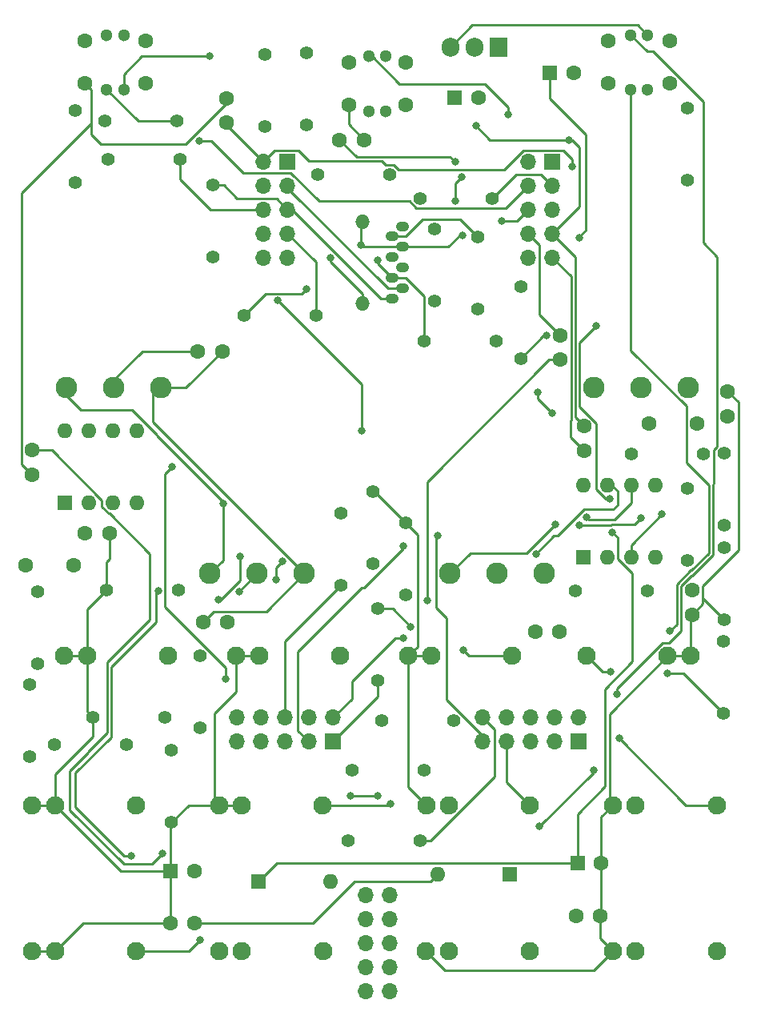
<source format=gbr>
G04 #@! TF.GenerationSoftware,KiCad,Pcbnew,(7.0.0-0)*
G04 #@! TF.CreationDate,2023-03-28T21:35:28-07:00*
G04 #@! TF.ProjectId,Kit-Trig-Sampler,4b69742d-5472-4696-972d-53616d706c65,rev?*
G04 #@! TF.SameCoordinates,PXb745f8PY7402318*
G04 #@! TF.FileFunction,Copper,L2,Bot*
G04 #@! TF.FilePolarity,Positive*
%FSLAX46Y46*%
G04 Gerber Fmt 4.6, Leading zero omitted, Abs format (unit mm)*
G04 Created by KiCad (PCBNEW (7.0.0-0)) date 2023-03-28 21:35:28*
%MOMM*%
%LPD*%
G01*
G04 APERTURE LIST*
G04 #@! TA.AperFunction,ComponentPad*
%ADD10C,1.397000*%
G04 #@! TD*
G04 #@! TA.AperFunction,ComponentPad*
%ADD11C,1.600000*%
G04 #@! TD*
G04 #@! TA.AperFunction,ComponentPad*
%ADD12R,1.600000X1.600000*%
G04 #@! TD*
G04 #@! TA.AperFunction,ComponentPad*
%ADD13O,1.600000X1.600000*%
G04 #@! TD*
G04 #@! TA.AperFunction,ComponentPad*
%ADD14R,1.700000X1.700000*%
G04 #@! TD*
G04 #@! TA.AperFunction,ComponentPad*
%ADD15O,1.700000X1.700000*%
G04 #@! TD*
G04 #@! TA.AperFunction,ComponentPad*
%ADD16R,1.905000X2.000000*%
G04 #@! TD*
G04 #@! TA.AperFunction,ComponentPad*
%ADD17O,1.905000X2.000000*%
G04 #@! TD*
G04 #@! TA.AperFunction,ComponentPad*
%ADD18C,1.930400*%
G04 #@! TD*
G04 #@! TA.AperFunction,ComponentPad*
%ADD19C,1.300000*%
G04 #@! TD*
G04 #@! TA.AperFunction,ComponentPad*
%ADD20O,1.397000X1.092200*%
G04 #@! TD*
G04 #@! TA.AperFunction,ComponentPad*
%ADD21O,1.524000X1.524000*%
G04 #@! TD*
G04 #@! TA.AperFunction,ComponentPad*
%ADD22C,2.286000*%
G04 #@! TD*
G04 #@! TA.AperFunction,ViaPad*
%ADD23C,0.800000*%
G04 #@! TD*
G04 #@! TA.AperFunction,Conductor*
%ADD24C,0.250000*%
G04 #@! TD*
G04 APERTURE END LIST*
D10*
G04 #@! TO.P,R17,1*
G04 #@! TO.N,Net-(J5-SIG)*
X35949000Y19623800D03*
G04 #@! TO.P,R17,2*
G04 #@! TO.N,/D2*
X43569000Y19623800D03*
G04 #@! TD*
D11*
G04 #@! TO.P,C7,1*
G04 #@! TO.N,+12V*
X60017200Y11643800D03*
G04 #@! TO.P,C7,2*
G04 #@! TO.N,GND*
X62608000Y11643800D03*
G04 #@! TD*
G04 #@! TO.P,C17,1*
G04 #@! TO.N,/D12*
X35017200Y93743800D03*
G04 #@! TO.P,C17,2*
G04 #@! TO.N,GND*
X37608000Y93743800D03*
G04 #@! TD*
D10*
G04 #@! TO.P,R26,1*
G04 #@! TO.N,Net-(PLAY_BUT1-POLE-A)*
X40299000Y90043800D03*
G04 #@! TO.P,R26,2*
G04 #@! TO.N,/D12*
X32679000Y90043800D03*
G04 #@! TD*
G04 #@! TO.P,R2,1*
G04 #@! TO.N,Net-(J1-SIG)*
X39089000Y44153800D03*
G04 #@! TO.P,R2,2*
G04 #@! TO.N,/A0*
X39089000Y36533800D03*
G04 #@! TD*
G04 #@! TO.P,R37,1*
G04 #@! TO.N,Net-(R37-Pad1)*
X75759000Y52983800D03*
G04 #@! TO.P,R37,2*
G04 #@! TO.N,Net-(U1B-+)*
X75759000Y60603800D03*
G04 #@! TD*
D12*
G04 #@! TO.P,D2,1,K*
G04 #@! TO.N,Net-(D2-K)*
X52998999Y16043799D03*
D13*
G04 #@! TO.P,D2,2,A*
G04 #@! TO.N,-12VA*
X45378999Y16043799D03*
G04 #@! TD*
D10*
G04 #@! TO.P,R33,1*
G04 #@! TO.N,Net-(J13-SIG)*
X43979000Y27093800D03*
G04 #@! TO.P,R33,2*
G04 #@! TO.N,/A4*
X36359000Y27093800D03*
G04 #@! TD*
D14*
G04 #@! TO.P,JC1,1,+12V*
G04 #@! TO.N,/A0*
X34340977Y30079999D03*
D15*
G04 #@! TO.P,JC1,2,+12V*
G04 #@! TO.N,/A1*
X34340977Y32619999D03*
G04 #@! TO.P,JC1,3,GND*
G04 #@! TO.N,/A2*
X31800977Y30079999D03*
G04 #@! TO.P,JC1,4,GND*
G04 #@! TO.N,/A3*
X31800977Y32619999D03*
G04 #@! TO.P,JC1,5,GND*
G04 #@! TO.N,/A4*
X29260977Y30079999D03*
G04 #@! TO.P,JC1,6,GND*
G04 #@! TO.N,/A5*
X29260977Y32619999D03*
G04 #@! TO.P,JC1,7,GND*
G04 #@! TO.N,/A6*
X26720977Y30079999D03*
G04 #@! TO.P,JC1,8,GND*
G04 #@! TO.N,/A7*
X26720977Y32619999D03*
G04 #@! TO.P,JC1,9,-12V*
G04 #@! TO.N,/A8*
X24180977Y30079999D03*
G04 #@! TO.P,JC1,10,-12V*
G04 #@! TO.N,/A9*
X24180977Y32619999D03*
G04 #@! TD*
D10*
G04 #@! TO.P,R16,1*
G04 #@! TO.N,Net-(R16-Pad1)*
X31489000Y95333800D03*
G04 #@! TO.P,R16,2*
G04 #@! TO.N,Net-(Bank_But1-B)*
X31489000Y102953800D03*
G04 #@! TD*
D11*
G04 #@! TO.P,C1,1*
G04 #@! TO.N,/A1*
X58389000Y70472000D03*
G04 #@! TO.P,C1,2*
G04 #@! TO.N,GNDADC*
X58389000Y73062800D03*
G04 #@! TD*
D12*
G04 #@! TO.P,C4,1*
G04 #@! TO.N,+12V*
X60188999Y17243799D03*
D11*
G04 #@! TO.P,C4,2*
G04 #@! TO.N,GND*
X62689000Y17243800D03*
G04 #@! TD*
D10*
G04 #@! TO.P,R5,1*
G04 #@! TO.N,GND*
X41989000Y53253800D03*
G04 #@! TO.P,R5,2*
G04 #@! TO.N,/A0*
X41989000Y45633800D03*
G04 #@! TD*
G04 #@! TO.P,R14,1*
G04 #@! TO.N,Net-(U2A--)*
X3089000Y45963800D03*
G04 #@! TO.P,R14,2*
G04 #@! TO.N,Net-(C11-Pad2)*
X3089000Y38343800D03*
G04 #@! TD*
G04 #@! TO.P,R25,1*
G04 #@! TO.N,Net-(Bank_But1-POLE-A)*
X71805800Y97104200D03*
G04 #@! TO.P,R25,2*
G04 #@! TO.N,/D6*
X71805800Y89484200D03*
G04 #@! TD*
D11*
G04 #@! TO.P,C15,1*
G04 #@! TO.N,-12VA*
X8078200Y52133800D03*
G04 #@! TO.P,C15,2*
G04 #@! TO.N,GND*
X10669000Y52133800D03*
G04 #@! TD*
D12*
G04 #@! TO.P,C19,1*
G04 #@! TO.N,+12V*
X57263999Y100818799D03*
D11*
G04 #@! TO.P,C19,2*
G04 #@! TO.N,GND*
X59764000Y100818800D03*
G04 #@! TD*
D12*
G04 #@! TO.P,C20,1*
G04 #@! TO.N,+3V3*
X47188999Y98218799D03*
D11*
G04 #@! TO.P,C20,2*
G04 #@! TO.N,GND*
X49689000Y98218800D03*
G04 #@! TD*
D12*
G04 #@! TO.P,D1,1,K*
G04 #@! TO.N,+12V*
X26478999Y15343799D03*
D13*
G04 #@! TO.P,D1,2,A*
G04 #@! TO.N,Net-(D1-A)*
X34098999Y15343799D03*
G04 #@! TD*
D11*
G04 #@! TO.P,C13,1*
G04 #@! TO.N,-12VA*
X72289000Y46115600D03*
G04 #@! TO.P,C13,2*
G04 #@! TO.N,GND*
X72289000Y43524800D03*
G04 #@! TD*
D10*
G04 #@! TO.P,R23,1*
G04 #@! TO.N,Net-(PLAY_BUT1-G)*
X54189000Y78253800D03*
G04 #@! TO.P,R23,2*
G04 #@! TO.N,/D14*
X54189000Y70633800D03*
G04 #@! TD*
D11*
G04 #@! TO.P,C9,1*
G04 #@! TO.N,/A7*
X23160800Y42743800D03*
G04 #@! TO.P,C9,2*
G04 #@! TO.N,GNDADC*
X20570000Y42743800D03*
G04 #@! TD*
D12*
G04 #@! TO.P,U1,1*
G04 #@! TO.N,Net-(U1A--)*
X60788999Y49633799D03*
D13*
G04 #@! TO.P,U1,2,-*
X63328999Y49633799D03*
G04 #@! TO.P,U1,3,+*
G04 #@! TO.N,Net-(U1A-+)*
X65868999Y49633799D03*
G04 #@! TO.P,U1,4,V-*
G04 #@! TO.N,-12VA*
X68408999Y49633799D03*
G04 #@! TO.P,U1,5,+*
G04 #@! TO.N,Net-(U1B-+)*
X68408999Y57253799D03*
G04 #@! TO.P,U1,6,-*
G04 #@! TO.N,Net-(U1B--)*
X65868999Y57253799D03*
G04 #@! TO.P,U1,7*
G04 #@! TO.N,/A2*
X63328999Y57253799D03*
G04 #@! TO.P,U1,8,V+*
G04 #@! TO.N,+12V*
X60788999Y57253799D03*
G04 #@! TD*
D10*
G04 #@! TO.P,R30,1*
G04 #@! TO.N,+3V3*
X51562000Y72415400D03*
G04 #@! TO.P,R30,2*
G04 #@! TO.N,/D4*
X43942000Y72415400D03*
G04 #@! TD*
G04 #@! TO.P,R21,1*
G04 #@! TO.N,Net-(R21-Pad1)*
X10219000Y95703800D03*
G04 #@! TO.P,R21,2*
G04 #@! TO.N,Net-(REV_BUT1-R)*
X17839000Y95703800D03*
G04 #@! TD*
G04 #@! TO.P,R20,1*
G04 #@! TO.N,Net-(J6-SIG)*
X4829000Y29753800D03*
G04 #@! TO.P,R20,2*
G04 #@! TO.N,/D13*
X12449000Y29753800D03*
G04 #@! TD*
D15*
G04 #@! TO.P,J14,1,+12V*
G04 #@! TO.N,Net-(D1-A)*
X37818999Y13823799D03*
G04 #@! TO.P,J14,2,+12V*
X40358999Y13823799D03*
G04 #@! TO.P,J14,3,GND*
G04 #@! TO.N,GND*
X37818999Y11283799D03*
G04 #@! TO.P,J14,4,GND*
X40358999Y11283799D03*
G04 #@! TO.P,J14,5,GND*
X37818999Y8743799D03*
G04 #@! TO.P,J14,6,GND*
X40358999Y8743799D03*
G04 #@! TO.P,J14,7,GND*
X37818999Y6203799D03*
G04 #@! TO.P,J14,8,GND*
X40358999Y6203799D03*
G04 #@! TO.P,J14,9,-12V*
G04 #@! TO.N,Net-(D2-K)*
X37818999Y3663799D03*
G04 #@! TO.P,J14,10,-12V*
X40358999Y3663799D03*
G04 #@! TD*
D10*
G04 #@! TO.P,R4,1*
G04 #@! TO.N,Net-(J3-SIG)*
X20289000Y39153800D03*
G04 #@! TO.P,R4,2*
G04 #@! TO.N,/A8*
X20289000Y31533800D03*
G04 #@! TD*
G04 #@! TO.P,R28,1*
G04 #@! TO.N,+3V3*
X21589000Y81333800D03*
G04 #@! TO.P,R28,2*
G04 #@! TO.N,/D18*
X21589000Y88953800D03*
G04 #@! TD*
G04 #@! TO.P,R40,1*
G04 #@! TO.N,/D5*
X27079000Y95173800D03*
G04 #@! TO.P,R40,2*
G04 #@! TO.N,Net-(R16-Pad1)*
X27079000Y102793800D03*
G04 #@! TD*
G04 #@! TO.P,R1,1*
G04 #@! TO.N,Net-(J4-SIG)*
X75639000Y33043800D03*
G04 #@! TO.P,R1,2*
G04 #@! TO.N,Net-(U1A-+)*
X75639000Y40663800D03*
G04 #@! TD*
G04 #@! TO.P,R41,1*
G04 #@! TO.N,/D7*
X18149000Y91653800D03*
G04 #@! TO.P,R41,2*
G04 #@! TO.N,Net-(R21-Pad1)*
X10529000Y91653800D03*
G04 #@! TD*
G04 #@! TO.P,R12,1*
G04 #@! TO.N,/D15*
X47099000Y32343800D03*
G04 #@! TO.P,R12,2*
G04 #@! TO.N,Net-(U2A-+)*
X39479000Y32343800D03*
G04 #@! TD*
D11*
G04 #@! TO.P,C8,1*
G04 #@! TO.N,-12VA*
X19709800Y10943800D03*
G04 #@! TO.P,C8,2*
G04 #@! TO.N,GND*
X17119000Y10943800D03*
G04 #@! TD*
D10*
G04 #@! TO.P,R27,1*
G04 #@! TO.N,+3V3*
X7061200Y96875600D03*
G04 #@! TO.P,R27,2*
G04 #@! TO.N,/A6*
X7061200Y89255600D03*
G04 #@! TD*
D11*
G04 #@! TO.P,C6,1*
G04 #@! TO.N,/A2*
X67774400Y63743800D03*
G04 #@! TO.P,C6,2*
G04 #@! TO.N,Net-(U1B--)*
X72854400Y63743800D03*
G04 #@! TD*
D10*
G04 #@! TO.P,R6,1*
G04 #@! TO.N,GND*
X38589000Y56553800D03*
G04 #@! TO.P,R6,2*
G04 #@! TO.N,/A5*
X38589000Y48933800D03*
G04 #@! TD*
G04 #@! TO.P,R9,1*
G04 #@! TO.N,GND*
X75759000Y42963800D03*
G04 #@! TO.P,R9,2*
G04 #@! TO.N,Net-(R37-Pad1)*
X75759000Y50583800D03*
G04 #@! TD*
G04 #@! TO.P,R32,1*
G04 #@! TO.N,+3V3*
X24879000Y75143800D03*
G04 #@! TO.P,R32,2*
G04 #@! TO.N,/D17*
X32499000Y75143800D03*
G04 #@! TD*
D11*
G04 #@! TO.P,C2,1*
G04 #@! TO.N,/A9*
X20017200Y71343800D03*
G04 #@! TO.P,C2,2*
G04 #@! TO.N,GNDADC*
X22608000Y71343800D03*
G04 #@! TD*
D10*
G04 #@! TO.P,R13,1*
G04 #@! TO.N,GND*
X10329000Y46143800D03*
G04 #@! TO.P,R13,2*
G04 #@! TO.N,Net-(U2A--)*
X17949000Y46143800D03*
G04 #@! TD*
G04 #@! TO.P,R19,1*
G04 #@! TO.N,/D8*
X45089000Y76663800D03*
G04 #@! TO.P,R19,2*
G04 #@! TO.N,Net-(PLAY_BUT1-R)*
X45089000Y84283800D03*
G04 #@! TD*
D12*
G04 #@! TO.P,C5,1*
G04 #@! TO.N,GND*
X17138999Y16443799D03*
D11*
G04 #@! TO.P,C5,2*
G04 #@! TO.N,-12VA*
X19639000Y16443800D03*
G04 #@! TD*
G04 #@! TO.P,C14,1*
G04 #@! TO.N,+12V*
X2489000Y60915600D03*
G04 #@! TO.P,C14,2*
G04 #@! TO.N,GND*
X2489000Y58324800D03*
G04 #@! TD*
D10*
G04 #@! TO.P,R34,1*
G04 #@! TO.N,GND*
X17189000Y21533800D03*
G04 #@! TO.P,R34,2*
G04 #@! TO.N,/A4*
X17189000Y29153800D03*
G04 #@! TD*
D14*
G04 #@! TO.P,JA1,1,+12V*
G04 #@! TO.N,-12VA*
X57530999Y91429991D03*
D15*
G04 #@! TO.P,JA1,2,+12V*
G04 #@! TO.N,VREF+*
X54990999Y91429991D03*
G04 #@! TO.P,JA1,3,GND*
G04 #@! TO.N,/D11*
X57530999Y88889991D03*
G04 #@! TO.P,JA1,4,GND*
G04 #@! TO.N,/D10*
X54990999Y88889991D03*
G04 #@! TO.P,JA1,5,GND*
G04 #@! TO.N,/D14*
X57530999Y86349991D03*
G04 #@! TO.P,JA1,6,GND*
G04 #@! TO.N,/D12*
X54990999Y86349991D03*
G04 #@! TO.P,JA1,7,GND*
G04 #@! TO.N,GND*
X57530999Y83809991D03*
G04 #@! TO.P,JA1,8,GND*
G04 #@! TO.N,GNDADC*
X54990999Y83809991D03*
G04 #@! TO.P,JA1,9,-12V*
G04 #@! TO.N,+12V*
X57530999Y81269991D03*
G04 #@! TO.P,JA1,10,-12V*
G04 #@! TO.N,/Unused(5V)*
X54990999Y81269991D03*
G04 #@! TD*
D10*
G04 #@! TO.P,R31,1*
G04 #@! TO.N,+3V3*
X49649000Y75813800D03*
G04 #@! TO.P,R31,2*
G04 #@! TO.N,/D16*
X49649000Y83433800D03*
G04 #@! TD*
D12*
G04 #@! TO.P,U2,1*
G04 #@! TO.N,Net-(C11-Pad2)*
X5988999Y55333799D03*
D13*
G04 #@! TO.P,U2,2,-*
G04 #@! TO.N,Net-(U2A--)*
X8528999Y55333799D03*
G04 #@! TO.P,U2,3,+*
G04 #@! TO.N,Net-(U2A-+)*
X11068999Y55333799D03*
G04 #@! TO.P,U2,4,V-*
G04 #@! TO.N,-12VA*
X13608999Y55333799D03*
G04 #@! TO.P,U2,5,+*
G04 #@! TO.N,GND*
X13608999Y62953799D03*
G04 #@! TO.P,U2,6,-*
G04 #@! TO.N,Net-(U2B--)*
X11068999Y62953799D03*
G04 #@! TO.P,U2,7*
X8528999Y62953799D03*
G04 #@! TO.P,U2,8,V+*
G04 #@! TO.N,+12V*
X5988999Y62953799D03*
G04 #@! TD*
D10*
G04 #@! TO.P,R7,1*
G04 #@! TO.N,GND*
X8919000Y32673800D03*
G04 #@! TO.P,R7,2*
G04 #@! TO.N,/A8*
X16539000Y32673800D03*
G04 #@! TD*
D16*
G04 #@! TO.P,U3,1,IN*
G04 #@! TO.N,+12V*
X51803999Y103526299D03*
D17*
G04 #@! TO.P,U3,2,GND*
G04 #@! TO.N,GND*
X49263999Y103526299D03*
G04 #@! TO.P,U3,3,OUT*
G04 #@! TO.N,+3V3*
X46723999Y103526299D03*
G04 #@! TD*
D11*
G04 #@! TO.P,C12,1*
G04 #@! TO.N,+12V*
X60889000Y60872000D03*
G04 #@! TO.P,C12,2*
G04 #@! TO.N,GND*
X60889000Y63462800D03*
G04 #@! TD*
G04 #@! TO.P,C16,1*
G04 #@! TO.N,/D6*
X23089000Y95543800D03*
G04 #@! TO.P,C16,2*
G04 #@! TO.N,GND*
X23089000Y98134600D03*
G04 #@! TD*
D10*
G04 #@! TO.P,R11,1*
G04 #@! TO.N,Net-(U1B-+)*
X71789000Y56853800D03*
G04 #@! TO.P,R11,2*
G04 #@! TO.N,VREF+*
X71789000Y49233800D03*
G04 #@! TD*
G04 #@! TO.P,R10,1*
G04 #@! TO.N,/A2*
X65879000Y60543800D03*
G04 #@! TO.P,R10,2*
G04 #@! TO.N,Net-(U1B--)*
X73499000Y60543800D03*
G04 #@! TD*
G04 #@! TO.P,R15,1*
G04 #@! TO.N,Net-(C11-Pad2)*
X2239000Y36093800D03*
G04 #@! TO.P,R15,2*
G04 #@! TO.N,Net-(J7-SIG)*
X2239000Y28473800D03*
G04 #@! TD*
D11*
G04 #@! TO.P,C11,1*
G04 #@! TO.N,Net-(U2A--)*
X6883600Y48763800D03*
G04 #@! TO.P,C11,2*
G04 #@! TO.N,Net-(C11-Pad2)*
X1803600Y48763800D03*
G04 #@! TD*
D10*
G04 #@! TO.P,R18,1*
G04 #@! TO.N,/D11*
X51189000Y87553800D03*
G04 #@! TO.P,R18,2*
G04 #@! TO.N,Net-(PLAY_BUT1-B)*
X43569000Y87553800D03*
G04 #@! TD*
D14*
G04 #@! TO.P,JB1,1,+12V*
G04 #@! TO.N,/AUDIO_OUT2*
X60341001Y30079999D03*
D15*
G04 #@! TO.P,JB1,2,+12V*
G04 #@! TO.N,/D0*
X60341001Y32619999D03*
G04 #@! TO.P,JB1,3,GND*
G04 #@! TO.N,/AUDIO_OUT1*
X57801001Y30079999D03*
G04 #@! TO.P,JB1,4,GND*
G04 #@! TO.N,/D1*
X57801001Y32619999D03*
G04 #@! TO.P,JB1,5,GND*
G04 #@! TO.N,/AUDIO_IN2*
X55261001Y30079999D03*
G04 #@! TO.P,JB1,6,GND*
G04 #@! TO.N,/D15*
X55261001Y32619999D03*
G04 #@! TO.P,JB1,7,GND*
G04 #@! TO.N,/AUDIO_IN1*
X52721001Y30079999D03*
G04 #@! TO.P,JB1,8,GND*
G04 #@! TO.N,/D13*
X52721001Y32619999D03*
G04 #@! TO.P,JB1,9,-12V*
G04 #@! TO.N,/D3*
X50181001Y30079999D03*
G04 #@! TO.P,JB1,10,-12V*
G04 #@! TO.N,/D2*
X50181001Y32619999D03*
G04 #@! TD*
D10*
G04 #@! TO.P,R8,1*
G04 #@! TO.N,Net-(U1A--)*
X59979000Y46043800D03*
G04 #@! TO.P,R8,2*
G04 #@! TO.N,Net-(U1B--)*
X67599000Y46043800D03*
G04 #@! TD*
D11*
G04 #@! TO.P,C3,1*
G04 #@! TO.N,GND*
X76089000Y67115600D03*
G04 #@! TO.P,C3,2*
G04 #@! TO.N,Net-(U1B-+)*
X76089000Y64524800D03*
G04 #@! TD*
D14*
G04 #@! TO.P,JD1,1,+12V*
G04 #@! TO.N,/D5*
X29530979Y91429991D03*
D15*
G04 #@! TO.P,JD1,2,+12V*
G04 #@! TO.N,/D6*
X26990979Y91429991D03*
G04 #@! TO.P,JD1,3,GND*
G04 #@! TO.N,/D19*
X29530979Y88889991D03*
G04 #@! TO.P,JD1,4,GND*
G04 #@! TO.N,/D8*
X26990979Y88889991D03*
G04 #@! TO.P,JD1,5,GND*
G04 #@! TO.N,/D18*
X29530979Y86349991D03*
G04 #@! TO.P,JD1,6,GND*
G04 #@! TO.N,/D7*
X26990979Y86349991D03*
G04 #@! TO.P,JD1,7,GND*
G04 #@! TO.N,/D17*
X29530979Y83809991D03*
G04 #@! TO.P,JD1,8,GND*
G04 #@! TO.N,/D4*
X26990979Y83809991D03*
G04 #@! TO.P,JD1,9,-12V*
G04 #@! TO.N,/D16*
X29530979Y81269991D03*
G04 #@! TO.P,JD1,10,-12V*
G04 #@! TO.N,/D9*
X26990979Y81269991D03*
G04 #@! TD*
D10*
G04 #@! TO.P,R3,1*
G04 #@! TO.N,Net-(J2-SIG)*
X35189000Y54253800D03*
G04 #@! TO.P,R3,2*
G04 #@! TO.N,/A5*
X35189000Y46633800D03*
G04 #@! TD*
D11*
G04 #@! TO.P,C10,1*
G04 #@! TO.N,/A3*
X55717200Y41743800D03*
G04 #@! TO.P,C10,2*
G04 #@! TO.N,GNDADC*
X58308000Y41743800D03*
G04 #@! TD*
D18*
G04 #@! TO.P,J10,1,SIG*
G04 #@! TO.N,/AUDIO_IN1*
X55153000Y23386564D03*
G04 #@! TO.P,J10,2,SHEILD*
G04 #@! TO.N,GND*
X44180200Y23386564D03*
G04 #@! TO.P,J10,3,SW*
G04 #@! TO.N,unconnected-(J10-SW-Pad3)*
X46593200Y23386564D03*
G04 #@! TD*
D11*
G04 #@! TO.P,Bank_But1,1,UP-A*
G04 #@! TO.N,unconnected-(Bank_But1-UP-A-Pad1)*
X69939000Y104186564D03*
G04 #@! TO.P,Bank_But1,2,POLE-A*
G04 #@! TO.N,Net-(Bank_But1-POLE-A)*
X63439000Y104186564D03*
G04 #@! TO.P,Bank_But1,3,DOWN-A*
G04 #@! TO.N,unconnected-(Bank_But1-DOWN-A-Pad3)*
X69939000Y99686564D03*
G04 #@! TO.P,Bank_But1,4,UP-B*
G04 #@! TO.N,GND*
X63439000Y99686564D03*
D19*
G04 #@! TO.P,Bank_But1,5,CA*
G04 #@! TO.N,+3V3*
X67589000Y104836564D03*
G04 #@! TO.P,Bank_But1,6,G*
G04 #@! TO.N,/D0*
X65789000Y104836564D03*
G04 #@! TO.P,Bank_But1,7,R*
G04 #@! TO.N,/D1*
X65789000Y99036564D03*
G04 #@! TO.P,Bank_But1,8,B*
G04 #@! TO.N,Net-(Bank_But1-B)*
X67589000Y99036564D03*
G04 #@! TD*
D20*
G04 #@! TO.P,SD1,1,DAT2*
G04 #@! TO.N,/D18*
X40618999Y76904048D03*
G04 #@! TO.P,SD1,2,CD/DAT3*
G04 #@! TO.N,/D19*
X41718819Y78003868D03*
G04 #@! TO.P,SD1,3,CMD*
G04 #@! TO.N,/D4*
X40618999Y79103942D03*
G04 #@! TO.P,SD1,4,VDD*
G04 #@! TO.N,+3V3*
X41718819Y80203762D03*
G04 #@! TO.P,SD1,5,CLK*
G04 #@! TO.N,/D9*
X40618999Y81303836D03*
G04 #@! TO.P,SD1,6,VSS*
G04 #@! TO.N,GND*
X41718819Y82403656D03*
G04 #@! TO.P,SD1,7,DAT0*
G04 #@! TO.N,/D16*
X40618999Y83503730D03*
G04 #@! TO.P,SD1,8,DAT1*
G04 #@! TO.N,/D17*
X41718819Y84603550D03*
D21*
G04 #@! TO.P,SD1,9,SHELL1*
G04 #@! TO.N,GND*
X37449079Y76461199D03*
G04 #@! TO.P,SD1,10,SHELL2*
X37449079Y85046399D03*
G04 #@! TD*
D22*
G04 #@! TO.P,POT_LENGTH1,1,Left*
G04 #@! TO.N,GNDADC*
X31289000Y47919800D03*
G04 #@! TO.P,POT_LENGTH1,2,Center*
G04 #@! TO.N,/A7*
X26289000Y47919800D03*
G04 #@! TO.P,POT_LENGTH1,3,Right*
G04 #@! TO.N,VREF+*
X21289000Y47919800D03*
G04 #@! TD*
D18*
G04 #@! TO.P,J2,1,SIG*
G04 #@! TO.N,Net-(J2-SIG)*
X35046000Y39186564D03*
G04 #@! TO.P,J2,2,SHEILD*
G04 #@! TO.N,GND*
X24073200Y39186564D03*
G04 #@! TO.P,J2,3,SW*
X26486200Y39186564D03*
G04 #@! TD*
D22*
G04 #@! TO.P,POT_PITCH1,1,Left*
G04 #@! TO.N,GNDADC*
X71889000Y67507564D03*
G04 #@! TO.P,POT_PITCH1,2,Center*
G04 #@! TO.N,/A1*
X66889000Y67507564D03*
G04 #@! TO.P,POT_PITCH1,3,Right*
G04 #@! TO.N,VREF+*
X61889000Y67507564D03*
G04 #@! TD*
D18*
G04 #@! TO.P,J7,1,SIG*
G04 #@! TO.N,Net-(J7-SIG)*
X33266000Y7961564D03*
G04 #@! TO.P,J7,2,SHEILD*
G04 #@! TO.N,GND*
X22293200Y7961564D03*
G04 #@! TO.P,J7,3,SW*
G04 #@! TO.N,unconnected-(J7-SW-Pad3)*
X24706200Y7961564D03*
G04 #@! TD*
G04 #@! TO.P,J6,1,SIG*
G04 #@! TO.N,Net-(J6-SIG)*
X13471000Y23386564D03*
G04 #@! TO.P,J6,2,SHEILD*
G04 #@! TO.N,GND*
X2498200Y23386564D03*
G04 #@! TO.P,J6,3,SW*
X4911200Y23386564D03*
G04 #@! TD*
G04 #@! TO.P,J4,1,SIG*
G04 #@! TO.N,Net-(J4-SIG)*
X61182000Y39186564D03*
G04 #@! TO.P,J4,2,SHEILD*
G04 #@! TO.N,GND*
X72154800Y39186564D03*
G04 #@! TO.P,J4,3,SW*
X69741800Y39186564D03*
G04 #@! TD*
D11*
G04 #@! TO.P,REV_BUT1,1,UP-A*
G04 #@! TO.N,unconnected-(REV_BUT1-UP-A-Pad1)*
X14539000Y104186564D03*
G04 #@! TO.P,REV_BUT1,2,POLE-A*
G04 #@! TO.N,/A6*
X8039000Y104186564D03*
G04 #@! TO.P,REV_BUT1,3,DOWN-A*
G04 #@! TO.N,unconnected-(REV_BUT1-DOWN-A-Pad3)*
X14539000Y99686564D03*
G04 #@! TO.P,REV_BUT1,4,UP-B*
G04 #@! TO.N,GND*
X8039000Y99686564D03*
D19*
G04 #@! TO.P,REV_BUT1,5,CA*
G04 #@! TO.N,+3V3*
X12189000Y104836564D03*
G04 #@! TO.P,REV_BUT1,6,G*
G04 #@! TO.N,/D10*
X10389000Y104836564D03*
G04 #@! TO.P,REV_BUT1,7,R*
G04 #@! TO.N,Net-(REV_BUT1-R)*
X10389000Y99036564D03*
G04 #@! TO.P,REV_BUT1,8,B*
G04 #@! TO.N,/D3*
X12189000Y99036564D03*
G04 #@! TD*
D18*
G04 #@! TO.P,J5,1,SIG*
G04 #@! TO.N,Net-(J5-SIG)*
X13471000Y7961564D03*
G04 #@! TO.P,J5,2,SHEILD*
G04 #@! TO.N,GND*
X2498200Y7961564D03*
G04 #@! TO.P,J5,3,SW*
X4911200Y7961564D03*
G04 #@! TD*
G04 #@! TO.P,J9,1,SIG*
G04 #@! TO.N,/AUDIO_OUT1*
X55126000Y7961564D03*
G04 #@! TO.P,J9,2,SHEILD*
G04 #@! TO.N,GND*
X44153200Y7961564D03*
G04 #@! TO.P,J9,3,SW*
G04 #@! TO.N,unconnected-(J9-SW-Pad3)*
X46566200Y7961564D03*
G04 #@! TD*
G04 #@! TO.P,J8,1,SIG*
G04 #@! TO.N,/AUDIO_IN2*
X74921000Y23386564D03*
G04 #@! TO.P,J8,2,SHEILD*
G04 #@! TO.N,GND*
X63948200Y23386564D03*
G04 #@! TO.P,J8,3,SW*
G04 #@! TO.N,unconnected-(J8-SW-Pad3)*
X66361200Y23386564D03*
G04 #@! TD*
G04 #@! TO.P,J1,1,SIG*
G04 #@! TO.N,Net-(J1-SIG)*
X53271000Y39186564D03*
G04 #@! TO.P,J1,2,SHEILD*
G04 #@! TO.N,GND*
X42298200Y39186564D03*
G04 #@! TO.P,J1,3,SW*
X44711200Y39186564D03*
G04 #@! TD*
G04 #@! TO.P,J11,1,SIG*
G04 #@! TO.N,/AUDIO_OUT2*
X74921000Y7961564D03*
G04 #@! TO.P,J11,2,SHEILD*
G04 #@! TO.N,GND*
X63948200Y7961564D03*
G04 #@! TO.P,J11,3,SW*
G04 #@! TO.N,unconnected-(J11-SW-Pad3)*
X66361200Y7961564D03*
G04 #@! TD*
G04 #@! TO.P,J13,1,SIG*
G04 #@! TO.N,Net-(J13-SIG)*
X33239000Y23386564D03*
G04 #@! TO.P,J13,2,SHEILD*
G04 #@! TO.N,GND*
X22266200Y23386564D03*
G04 #@! TO.P,J13,3,SW*
X24679200Y23386564D03*
G04 #@! TD*
D22*
G04 #@! TO.P,POT_START1,1,Left*
G04 #@! TO.N,GNDADC*
X56689000Y47875481D03*
G04 #@! TO.P,POT_START1,2,Center*
G04 #@! TO.N,/A3*
X51689000Y47875481D03*
G04 #@! TO.P,POT_START1,3,Right*
G04 #@! TO.N,VREF+*
X46689000Y47875481D03*
G04 #@! TD*
D11*
G04 #@! TO.P,PLAY_BUT1,1,UP-A*
G04 #@! TO.N,unconnected-(PLAY_BUT1-UP-A-Pad1)*
X41985000Y101911564D03*
G04 #@! TO.P,PLAY_BUT1,2,POLE-A*
G04 #@! TO.N,Net-(PLAY_BUT1-POLE-A)*
X35993000Y101911564D03*
G04 #@! TO.P,PLAY_BUT1,3,DOWN-A*
G04 #@! TO.N,unconnected-(PLAY_BUT1-DOWN-A-Pad3)*
X41985000Y97411564D03*
G04 #@! TO.P,PLAY_BUT1,4,UP-B*
G04 #@! TO.N,GND*
X35993000Y97411564D03*
D19*
G04 #@! TO.P,PLAY_BUT1,5,CA*
G04 #@! TO.N,+3V3*
X39889000Y102561564D03*
G04 #@! TO.P,PLAY_BUT1,6,G*
G04 #@! TO.N,Net-(PLAY_BUT1-G)*
X38089000Y102561564D03*
G04 #@! TO.P,PLAY_BUT1,7,R*
G04 #@! TO.N,Net-(PLAY_BUT1-R)*
X38089000Y96761564D03*
G04 #@! TO.P,PLAY_BUT1,8,B*
G04 #@! TO.N,Net-(PLAY_BUT1-B)*
X39889000Y96761564D03*
G04 #@! TD*
D22*
G04 #@! TO.P,POT_SAMP1,1,Left*
G04 #@! TO.N,GNDADC*
X16089000Y67507564D03*
G04 #@! TO.P,POT_SAMP1,2,Center*
G04 #@! TO.N,/A9*
X11089000Y67507564D03*
G04 #@! TO.P,POT_SAMP1,3,Right*
G04 #@! TO.N,VREF+*
X6089000Y67507564D03*
G04 #@! TD*
D18*
G04 #@! TO.P,J3,1,SIG*
G04 #@! TO.N,Net-(J3-SIG)*
X16871000Y39186564D03*
G04 #@! TO.P,J3,2,SHEILD*
G04 #@! TO.N,GND*
X5898200Y39186564D03*
G04 #@! TO.P,J3,3,SW*
X8311200Y39186564D03*
G04 #@! TD*
D23*
G04 #@! TO.N,GND*
X59314000Y93743800D03*
X49439000Y95218800D03*
X37279000Y82633800D03*
X47283500Y87254800D03*
X47953500Y89819300D03*
X34031701Y81276501D03*
X48046299Y83641099D03*
G04 #@! TO.N,+3V3*
X31519000Y77973800D03*
G04 #@! TO.N,+12V*
X60389000Y83368800D03*
X63889000Y52243800D03*
X16289000Y18293300D03*
G04 #@! TO.N,-12VA*
X15849000Y46013800D03*
X63609000Y55763800D03*
X62169000Y74043800D03*
X12989000Y18043800D03*
X61889000Y27043800D03*
X56189000Y21143800D03*
G04 #@! TO.N,/A2*
X55789000Y49943800D03*
X41789000Y50743800D03*
G04 #@! TO.N,/A7*
X24389000Y45943800D03*
G04 #@! TO.N,/A6*
X22989000Y36743800D03*
X17335343Y59190143D03*
G04 #@! TO.N,/D6*
X59664500Y90918800D03*
G04 #@! TO.N,/A9*
X22189000Y45143800D03*
X24489000Y49643800D03*
G04 #@! TO.N,Net-(U1B--)*
X61189000Y53793300D03*
G04 #@! TO.N,/D13*
X39089000Y24343800D03*
X36189000Y24343800D03*
G04 #@! TO.N,/AUDIO_IN2*
X64589000Y30443800D03*
G04 #@! TO.N,Net-(J1-SIG)*
X42538899Y42243800D03*
X48121701Y39801099D03*
G04 #@! TO.N,VREF+*
X60429000Y52943800D03*
X66879000Y53736099D03*
X22689000Y55243800D03*
X57489000Y64843800D03*
X57814000Y53068800D03*
X55964500Y67043800D03*
G04 #@! TO.N,/D10*
X20189000Y93603800D03*
G04 #@! TO.N,/D14*
X56890500Y73043800D03*
G04 #@! TO.N,/D12*
X47229000Y91423800D03*
X52164500Y85153800D03*
G04 #@! TO.N,/D0*
X64389000Y35143800D03*
G04 #@! TO.N,/D1*
X69951299Y41781501D03*
G04 #@! TO.N,/D3*
X21279000Y102593800D03*
X28509000Y76733800D03*
X37359000Y62963800D03*
X45409000Y51883800D03*
G04 #@! TO.N,/A1*
X41789000Y41043800D03*
X44289000Y45043800D03*
G04 #@! TO.N,Net-(J2-SIG)*
X28295600Y47218600D03*
X28973440Y49166442D03*
G04 #@! TO.N,Net-(J4-SIG)*
X69672200Y37287200D03*
X63686900Y37481300D03*
G04 #@! TO.N,Net-(J13-SIG)*
X40399000Y23533800D03*
G04 #@! TO.N,Net-(PLAY_BUT1-G)*
X52839000Y96453800D03*
G04 #@! TO.N,Net-(U1A-+)*
X69149000Y54153800D03*
G04 #@! TO.N,/D4*
X39031701Y81011099D03*
G04 #@! TO.N,Net-(J5-SIG)*
X20249000Y9163800D03*
G04 #@! TD*
D24*
G04 #@! TO.N,GND*
X47283500Y87254800D02*
X47283500Y89149300D01*
X18775600Y93273800D02*
X23089000Y97587200D01*
X10669000Y49413800D02*
X10329000Y49073800D01*
X37509143Y82403657D02*
X37279000Y82633800D01*
X34031701Y80824673D02*
X37449080Y77407294D01*
X69741800Y39186564D02*
X72154800Y39186564D01*
X8919000Y32673800D02*
X8919000Y30653800D01*
X8719000Y95483000D02*
X8719000Y99006564D01*
X62608000Y9301764D02*
X63948200Y7961564D01*
X46170964Y5943800D02*
X61930436Y5943800D01*
X63589000Y33033764D02*
X69741800Y39186564D01*
X61930436Y5943800D02*
X63948200Y7961564D01*
X62689000Y22127364D02*
X63948200Y23386564D01*
X11853964Y16443800D02*
X4911200Y23386564D01*
X73414000Y46558800D02*
X77214000Y50358800D01*
X60889000Y63462800D02*
X59964000Y64387800D01*
X24073200Y39186564D02*
X24073200Y35328000D01*
X59964000Y64387800D02*
X59964000Y81376992D01*
X73414000Y45333800D02*
X73414000Y45308800D01*
X77214000Y65990600D02*
X76089000Y67115600D01*
X77214000Y50358800D02*
X77214000Y65990600D01*
X37279000Y82633800D02*
X37279000Y84876320D01*
X41989000Y53253800D02*
X38689000Y56553800D01*
X60389000Y86667992D02*
X57531000Y83809992D01*
X4911200Y7961564D02*
X7893436Y10943800D01*
X17139000Y16443800D02*
X17139000Y10963800D01*
X62608000Y11643800D02*
X62608000Y9301764D01*
X73414000Y45333800D02*
X73414000Y46558800D01*
X62689000Y17243800D02*
X62689000Y11724800D01*
X17139000Y16443800D02*
X11853964Y16443800D01*
X63589000Y23745764D02*
X63589000Y33033764D01*
X8719000Y95483000D02*
X8639400Y95403400D01*
X41718820Y82403657D02*
X37509143Y82403657D01*
X24073200Y35328000D02*
X21788407Y33043207D01*
X44180200Y23386564D02*
X42298200Y25268564D01*
X17189000Y21533800D02*
X19041764Y23386564D01*
X8311200Y33281600D02*
X8919000Y32673800D01*
X9729000Y93273800D02*
X18775600Y93273800D01*
X37449080Y77407294D02*
X37449080Y76461200D01*
X60389000Y92969105D02*
X60389000Y86667992D01*
X50914000Y93743800D02*
X49439000Y95218800D01*
X48046299Y83641099D02*
X47776299Y83641099D01*
X62689000Y17243800D02*
X62689000Y22127364D01*
X1364000Y59449800D02*
X1364000Y88128000D01*
X47283500Y89149300D02*
X47953500Y89819300D01*
X34031701Y81276501D02*
X34031701Y80824673D01*
X59314000Y93743800D02*
X50914000Y93743800D01*
X72154800Y39186564D02*
X72154800Y43390600D01*
X2498200Y7961564D02*
X4911200Y7961564D01*
X10329000Y49073800D02*
X10329000Y46143800D01*
X43263399Y40151763D02*
X43263399Y51979401D01*
X8311200Y39186564D02*
X8311200Y33281600D01*
X8719000Y99006564D02*
X8039000Y99686564D01*
X59314000Y93743800D02*
X59614305Y93743800D01*
X8719000Y95483000D02*
X8719000Y94283800D01*
X4911200Y26646000D02*
X8919000Y30653800D01*
X42298200Y25268564D02*
X42298200Y39186564D01*
X8311200Y44126000D02*
X10329000Y46143800D01*
X2489000Y58324800D02*
X1364000Y59449800D01*
X59964000Y81376992D02*
X57531000Y83809992D01*
X44153200Y7961564D02*
X46170964Y5943800D01*
X59614305Y93743800D02*
X60389000Y92969105D01*
X47776299Y83641099D02*
X46538857Y82403657D01*
X8719000Y94283800D02*
X9729000Y93273800D01*
X42298200Y39186564D02*
X43263399Y40151763D01*
X7893436Y10943800D02*
X17119000Y10943800D01*
X10669000Y52133800D02*
X10669000Y49413800D01*
X46538857Y82403657D02*
X41718820Y82403657D01*
X17139000Y16443800D02*
X17139000Y21483800D01*
X73414000Y45308800D02*
X75759000Y42963800D01*
X35993000Y97411564D02*
X35993000Y95358800D01*
X19041764Y23386564D02*
X24679200Y23386564D01*
X35993000Y95358800D02*
X37608000Y93743800D01*
X1364000Y88128000D02*
X8639400Y95403400D01*
X43263399Y51979401D02*
X41989000Y53253800D01*
X73414000Y44649800D02*
X73414000Y45333800D01*
X21788407Y33043207D02*
X21788407Y23864357D01*
X4911200Y23386564D02*
X2498200Y23386564D01*
X42298200Y39186564D02*
X44711200Y39186564D01*
X4911200Y23386564D02*
X4911200Y26646000D01*
X8311200Y44126000D02*
X8311200Y39186564D01*
X26486200Y39186564D02*
X24073200Y39186564D01*
X5898200Y39186564D02*
X8311200Y39186564D01*
X72289000Y43524800D02*
X73414000Y44649800D01*
G04 #@! TO.N,+3V3*
X66551764Y105873800D02*
X49071500Y105873800D01*
X24879000Y75143800D02*
X27194000Y77458800D01*
X49071500Y105873800D02*
X46724000Y103526300D01*
X67589000Y104836564D02*
X66551764Y105873800D01*
X27194000Y77458800D02*
X31004000Y77458800D01*
X31004000Y77458800D02*
X31519000Y77973800D01*
G04 #@! TO.N,GNDADC*
X31289000Y47875481D02*
X27282319Y43868800D01*
X15289000Y63875481D02*
X31289000Y47875481D01*
X58389000Y73062800D02*
X56166000Y75285800D01*
X21695000Y43868800D02*
X20570000Y42743800D01*
X27282319Y43868800D02*
X21695000Y43868800D01*
X22608000Y71343800D02*
X18771764Y67507564D01*
X15289000Y67507564D02*
X15289000Y63875481D01*
X18771764Y67507564D02*
X15289000Y67507564D01*
X56166000Y75285800D02*
X56166000Y82634992D01*
X56166000Y82634992D02*
X54991000Y83809992D01*
G04 #@! TO.N,/A5*
X29260978Y32620000D02*
X29260978Y40705778D01*
X29260978Y40705778D02*
X35189000Y46633800D01*
G04 #@! TO.N,+12V*
X63089000Y35643800D02*
X63089000Y25343800D01*
X60389000Y83518800D02*
X61039000Y84168800D01*
X60189000Y22443800D02*
X60189000Y17243800D01*
X9889000Y54922809D02*
X10603009Y54208800D01*
X10419000Y31013800D02*
X8409000Y29003800D01*
X60889000Y60872000D02*
X59489000Y62272000D01*
X6451600Y22881200D02*
X12189000Y17143800D01*
X65995800Y47902000D02*
X65995800Y38550600D01*
X59489000Y64043800D02*
X59514000Y64068800D01*
X4617200Y60915600D02*
X9889000Y55643800D01*
X6451600Y26946400D02*
X6451600Y22881200D01*
X64454000Y51678800D02*
X64454000Y49443800D01*
X61039000Y94318800D02*
X57264000Y98093800D01*
X10674000Y54208800D02*
X14949800Y49933000D01*
X59514000Y79286992D02*
X57531000Y81269992D01*
X65995800Y38550600D02*
X63089000Y35643800D01*
X8409000Y29003800D02*
X8409000Y28903800D01*
X61039000Y84168800D02*
X61039000Y94318800D01*
X2489000Y60915600D02*
X4617200Y60915600D01*
X9889000Y55643800D02*
X9889000Y54922809D01*
X15139500Y17143800D02*
X16289000Y18293300D01*
X12189000Y17143800D02*
X15139500Y17143800D01*
X60389000Y83368800D02*
X60389000Y83518800D01*
X28379000Y17243800D02*
X26479000Y15343800D01*
X59514000Y64068800D02*
X59514000Y79286992D01*
X14949800Y43004600D02*
X10419000Y38473800D01*
X60189000Y17243800D02*
X28379000Y17243800D01*
X63889000Y52243800D02*
X64454000Y51678800D01*
X64454000Y49443800D02*
X65995800Y47902000D01*
X59489000Y62272000D02*
X59489000Y64043800D01*
X14949800Y49933000D02*
X14949800Y43004600D01*
X57264000Y98093800D02*
X57264000Y100818800D01*
X63089000Y25343800D02*
X60189000Y22443800D01*
X10419000Y38473800D02*
X10419000Y31013800D01*
X8409000Y28903800D02*
X6451600Y26946400D01*
X10603009Y54208800D02*
X10674000Y54208800D01*
G04 #@! TO.N,-12VA*
X62204000Y56787809D02*
X63228009Y55763800D01*
X36589000Y15343800D02*
X44679000Y15343800D01*
X56189000Y21143800D02*
X61889000Y26843800D01*
X63228009Y55763800D02*
X63609000Y55763800D01*
X62169000Y74043800D02*
X60414000Y72288800D01*
X32189000Y10943800D02*
X36589000Y15343800D01*
X7089000Y26803800D02*
X10869000Y30583800D01*
X62204000Y63738791D02*
X62204000Y56787809D01*
X12989000Y18043800D02*
X12189000Y18043800D01*
X7089000Y23143800D02*
X7089000Y26803800D01*
X15564000Y45728800D02*
X15849000Y46013800D01*
X60414000Y72288800D02*
X60414000Y65528791D01*
X15564000Y42718800D02*
X15564000Y45728800D01*
X61889000Y26843800D02*
X61889000Y27043800D01*
X12189000Y18043800D02*
X7089000Y23143800D01*
X44679000Y15343800D02*
X45379000Y16043800D01*
X19709800Y10943800D02*
X32189000Y10943800D01*
X10869000Y38023800D02*
X15564000Y42718800D01*
X60414000Y65528791D02*
X62204000Y63738791D01*
X10869000Y30583800D02*
X10869000Y38023800D01*
G04 #@! TO.N,/A2*
X57969000Y51843800D02*
X58089000Y51843800D01*
X31800978Y30080000D02*
X30625978Y31255000D01*
X37589000Y46343800D02*
X41789000Y50543800D01*
X58089000Y51843800D02*
X60889000Y54643800D01*
X30625978Y39580778D02*
X37389000Y46343800D01*
X64451652Y55106452D02*
X64451652Y56606452D01*
X57689000Y51843800D02*
X57969000Y51843800D01*
X55789000Y49943800D02*
X57689000Y51843800D01*
X60889000Y54643800D02*
X63989000Y54643800D01*
X63989000Y54643800D02*
X64451652Y55106452D01*
X64451652Y56606452D02*
X63804305Y57253800D01*
X41789000Y50543800D02*
X41789000Y50743800D01*
X30625978Y31255000D02*
X30625978Y39580778D01*
X37389000Y46343800D02*
X37589000Y46343800D01*
G04 #@! TO.N,/A7*
X24389000Y45943800D02*
X24389000Y45975481D01*
X24389000Y45975481D02*
X26289000Y47875481D01*
G04 #@! TO.N,/A6*
X16574000Y44316248D02*
X22989000Y37901248D01*
X17335343Y59190143D02*
X16574000Y58428800D01*
X22989000Y37901248D02*
X22989000Y36743800D01*
X16574000Y58428800D02*
X16574000Y44316248D01*
G04 #@! TO.N,/D6*
X40722948Y91067300D02*
X39875052Y91067300D01*
X52443107Y90543800D02*
X41246448Y90543800D01*
X59664500Y90918800D02*
X59664500Y91646492D01*
X39448552Y91493800D02*
X31817172Y91493800D01*
X39875052Y91067300D02*
X39448552Y91493800D01*
X41246448Y90543800D02*
X40722948Y91067300D01*
X58706000Y92604992D02*
X54504299Y92604992D01*
X28165980Y92604992D02*
X26990980Y91429992D01*
X54504299Y92604992D02*
X52443107Y90543800D01*
X31817172Y91493800D02*
X30705980Y92604992D01*
X30705980Y92604992D02*
X28165980Y92604992D01*
X59664500Y91646492D02*
X58706000Y92604992D01*
X26990980Y91429992D02*
X23089000Y95331972D01*
G04 #@! TO.N,/A9*
X24489000Y49643800D02*
X24489000Y47143800D01*
X22489000Y45143800D02*
X22189000Y45143800D01*
X24489000Y47143800D02*
X22489000Y45143800D01*
X14125236Y71343800D02*
X10289000Y67507564D01*
X20017200Y71343800D02*
X14125236Y71343800D01*
G04 #@! TO.N,Net-(U1B--)*
X64089000Y53543800D02*
X61438500Y53543800D01*
X61438500Y53543800D02*
X61189000Y53793300D01*
X65869000Y55323800D02*
X64089000Y53543800D01*
X65869000Y57253800D02*
X65869000Y55323800D01*
G04 #@! TO.N,/D13*
X39089000Y24343800D02*
X36189000Y24343800D01*
G04 #@! TO.N,/AUDIO_IN2*
X64589000Y30443800D02*
X71646236Y23386564D01*
X71646236Y23386564D02*
X74921000Y23386564D01*
G04 #@! TO.N,Net-(J1-SIG)*
X40628899Y44153800D02*
X39089000Y44153800D01*
X48121701Y39801099D02*
X48736236Y39186564D01*
X42538899Y42243800D02*
X40628899Y44153800D01*
X48736236Y39186564D02*
X53271000Y39186564D01*
G04 #@! TO.N,/AUDIO_IN1*
X52721002Y25818562D02*
X55153000Y23386564D01*
X52721002Y30080000D02*
X52721002Y25818562D01*
G04 #@! TO.N,VREF+*
X13081800Y65151000D02*
X15689000Y62543800D01*
X22689000Y49275481D02*
X21289000Y47875481D01*
X66879000Y53736099D02*
X66236701Y53093800D01*
X46689000Y47875481D02*
X48857319Y50043800D01*
X22689000Y55243800D02*
X22689000Y49275481D01*
X15689000Y62443800D02*
X22689000Y55443800D01*
X63689000Y52943800D02*
X60429000Y52943800D01*
X63839000Y53093800D02*
X63689000Y52943800D01*
X66236701Y53093800D02*
X63839000Y53093800D01*
X5289000Y67507564D02*
X7645564Y65151000D01*
X48857319Y50043800D02*
X54789000Y50043800D01*
X55964500Y67043800D02*
X55964500Y66368300D01*
X7645564Y65151000D02*
X13081800Y65151000D01*
X55964500Y66368300D02*
X57489000Y64843800D01*
X15689000Y62543800D02*
X15689000Y62443800D01*
X54789000Y50043800D02*
X57814000Y53068800D01*
X22689000Y55443800D02*
X22689000Y55243800D01*
G04 #@! TO.N,/D11*
X57531000Y88889992D02*
X56356000Y90064992D01*
X56356000Y90064992D02*
X53700192Y90064992D01*
X53700192Y90064992D02*
X51189000Y87553800D01*
G04 #@! TO.N,/D10*
X29838873Y90243800D02*
X24799000Y90243800D01*
X21439000Y93603800D02*
X20189000Y93603800D01*
X42431552Y87243800D02*
X32838873Y87243800D01*
X43145052Y86530300D02*
X42431552Y87243800D01*
X32838873Y87243800D02*
X29838873Y90243800D01*
X52631308Y86530300D02*
X43145052Y86530300D01*
X54991000Y88889992D02*
X52631308Y86530300D01*
X24799000Y90243800D02*
X21439000Y93603800D01*
G04 #@! TO.N,/D14*
X56599000Y73043800D02*
X54189000Y70633800D01*
X56890500Y73043800D02*
X56599000Y73043800D01*
G04 #@! TO.N,/D12*
X47229000Y91423800D02*
X46709000Y91943800D01*
X46709000Y91943800D02*
X36817200Y91943800D01*
X52164500Y85153800D02*
X53794808Y85153800D01*
X36817200Y91943800D02*
X35017200Y93743800D01*
X53794808Y85153800D02*
X54991000Y86349992D01*
G04 #@! TO.N,/D0*
X74539000Y49857404D02*
X74539000Y57293800D01*
X65789000Y104836564D02*
X67564000Y103061564D01*
X64389000Y35707404D02*
X69200396Y40518800D01*
X72258011Y47675602D02*
X72357198Y47675602D01*
X71139000Y41819105D02*
X71139000Y46556591D01*
X64389000Y35143800D02*
X64389000Y35707404D01*
X72357198Y47675602D02*
X74539000Y49857404D01*
X74964000Y81368800D02*
X73489000Y82843800D01*
X74619000Y57373800D02*
X74619000Y60923800D01*
X71139000Y46556591D02*
X72258011Y47675602D01*
X69838695Y40518800D02*
X71139000Y41819105D01*
X67564000Y103061564D02*
X68154991Y103061564D01*
X74539000Y57293800D02*
X74619000Y57373800D01*
X69200396Y40518800D02*
X69838695Y40518800D01*
X73489000Y82843800D02*
X73489000Y97727555D01*
X68154991Y103061564D02*
X73489000Y97727555D01*
X74964000Y61268800D02*
X74964000Y81368800D01*
X74619000Y60923800D02*
X74964000Y61268800D01*
G04 #@! TO.N,/D1*
X65849000Y86633800D02*
X65789000Y86693800D01*
X65789000Y86693800D02*
X65789000Y99036564D01*
X70689000Y42519202D02*
X69951299Y41781501D01*
X65849000Y86633800D02*
X65849000Y71471498D01*
X65849000Y71471498D02*
X71729400Y65591098D01*
X72255500Y48210300D02*
X72156313Y48210300D01*
X71729400Y59614000D02*
X74089000Y57254400D01*
X74089000Y50043800D02*
X72255500Y48210300D01*
X72156313Y48210300D02*
X70689000Y46742987D01*
X70689000Y46742987D02*
X70689000Y42519202D01*
X71729400Y65591098D02*
X71729400Y59614000D01*
X74089000Y57254400D02*
X74089000Y50043800D01*
G04 #@! TO.N,/D3*
X46334000Y34556248D02*
X50181002Y30709246D01*
X46334000Y43188800D02*
X46334000Y34556248D01*
X45221000Y51695800D02*
X45221000Y44301800D01*
X37359000Y67883800D02*
X37359000Y62963800D01*
X45409000Y51883800D02*
X45221000Y51695800D01*
X45221000Y44301800D02*
X46334000Y43188800D01*
X14099000Y102593800D02*
X12189000Y100683800D01*
X28509000Y76733800D02*
X37359000Y67883800D01*
X21279000Y102593800D02*
X14099000Y102593800D01*
X12189000Y100683800D02*
X12189000Y99036564D01*
G04 #@! TO.N,/D2*
X51389000Y26357745D02*
X51389000Y31412002D01*
X43569000Y19623800D02*
X44655055Y19623800D01*
X44655055Y19623800D02*
X51389000Y26357745D01*
X51389000Y31412002D02*
X50181002Y32620000D01*
G04 #@! TO.N,/D19*
X40150280Y78003869D02*
X41718820Y78003869D01*
X29530980Y88623169D02*
X40150280Y78003869D01*
G04 #@! TO.N,/D18*
X40619000Y76904049D02*
X39428751Y76904049D01*
X39428751Y76904049D02*
X29982808Y86349992D01*
X28355980Y87524992D02*
X24187808Y87524992D01*
X24187808Y87524992D02*
X22759000Y88953800D01*
X22759000Y88953800D02*
X21589000Y88953800D01*
X29530980Y86349992D02*
X28355980Y87524992D01*
G04 #@! TO.N,/D7*
X18149000Y89523800D02*
X21322808Y86349992D01*
X18149000Y91653800D02*
X18149000Y89523800D01*
X21322808Y86349992D02*
X26990980Y86349992D01*
G04 #@! TO.N,/D17*
X29530980Y83809992D02*
X32499000Y80841972D01*
X32499000Y80841972D02*
X32499000Y75143800D01*
G04 #@! TO.N,/D16*
X43806890Y85307300D02*
X42003321Y83503731D01*
X49649000Y83433800D02*
X47775500Y85307300D01*
X42003321Y83503731D02*
X40619000Y83503731D01*
X47775500Y85307300D02*
X43806890Y85307300D01*
G04 #@! TO.N,/A0*
X34340978Y30080000D02*
X39089000Y34828022D01*
X39089000Y34828022D02*
X39089000Y36533800D01*
G04 #@! TO.N,/A1*
X36336200Y34615222D02*
X34340978Y32620000D01*
X58389000Y70472000D02*
X57217200Y70472000D01*
X41789000Y41043800D02*
X40889000Y41043800D01*
X40889000Y41043800D02*
X36336200Y36491000D01*
X44289000Y57543800D02*
X57217200Y70472000D01*
X44289000Y57543800D02*
X44289000Y45043800D01*
X36336200Y36491000D02*
X36336200Y34615222D01*
G04 #@! TO.N,Net-(J2-SIG)*
X28973440Y49166442D02*
X28295600Y48488602D01*
X28295600Y48488602D02*
X28295600Y47218600D01*
G04 #@! TO.N,Net-(J4-SIG)*
X61182000Y39186564D02*
X62887264Y37481300D01*
X62887264Y37481300D02*
X63686900Y37481300D01*
X71395600Y37287200D02*
X75639000Y33043800D01*
X69672200Y37287200D02*
X71395600Y37287200D01*
G04 #@! TO.N,Net-(J13-SIG)*
X40399000Y23533800D02*
X40251764Y23386564D01*
X40251764Y23386564D02*
X33239000Y23386564D01*
G04 #@! TO.N,Net-(PLAY_BUT1-G)*
X50364000Y99668800D02*
X41318755Y99668800D01*
X41318755Y99668800D02*
X38425991Y102561564D01*
X52839000Y97193800D02*
X50364000Y99668800D01*
X52839000Y96453800D02*
X52839000Y97193800D01*
G04 #@! TO.N,Net-(U1A-+)*
X65869000Y50873800D02*
X69149000Y54153800D01*
X65869000Y49633800D02*
X65869000Y50873800D01*
G04 #@! TO.N,Net-(REV_BUT1-R)*
X13721764Y95703800D02*
X17839000Y95703800D01*
X10389000Y99036564D02*
X13721764Y95703800D01*
G04 #@! TO.N,/D4*
X39031701Y81011099D02*
X39031701Y80691242D01*
X40619000Y79103943D02*
X42003067Y79103943D01*
X39031701Y80691242D02*
X40619000Y79103943D01*
X43942000Y77165010D02*
X43942000Y72415400D01*
X42003067Y79103943D02*
X43942000Y77165010D01*
G04 #@! TO.N,Net-(J5-SIG)*
X19046764Y7961564D02*
X20249000Y9163800D01*
X13471000Y7961564D02*
X19046764Y7961564D01*
G04 #@! TD*
M02*

</source>
